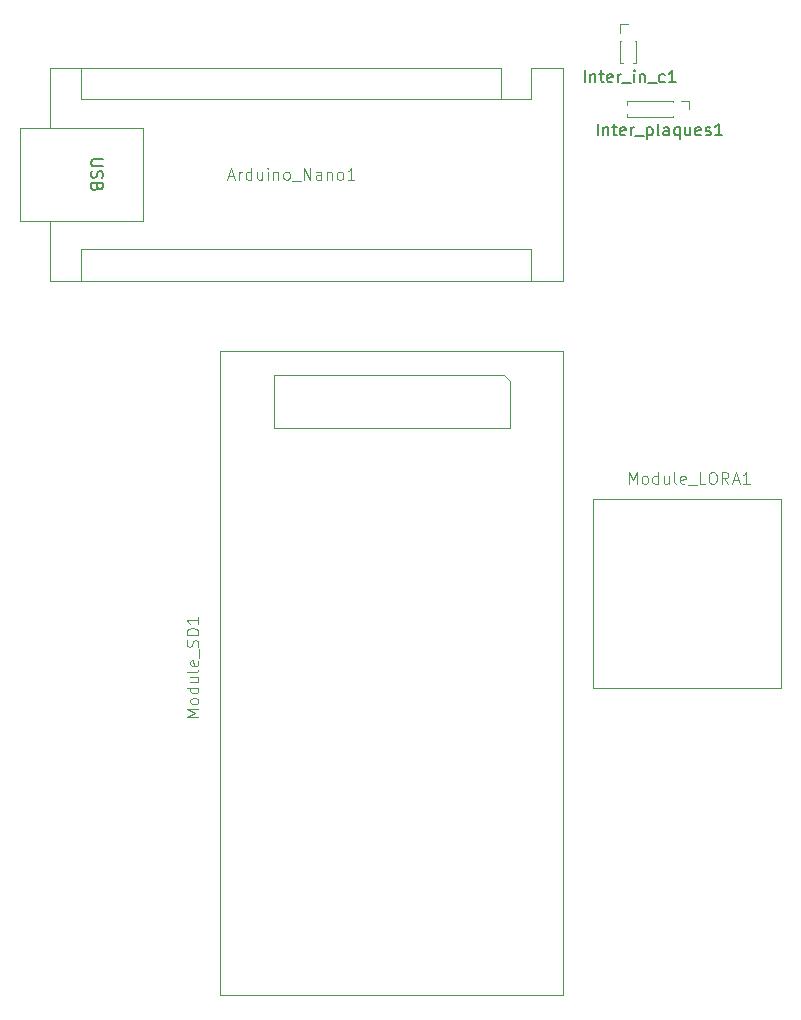
<source format=gbr>
%TF.GenerationSoftware,KiCad,Pcbnew,8.0.1*%
%TF.CreationDate,2024-06-07T19:00:36+02:00*%
%TF.ProjectId,PCB_Plaque_Basse,5043425f-506c-4617-9175-655f42617373,rev?*%
%TF.SameCoordinates,Original*%
%TF.FileFunction,Legend,Top*%
%TF.FilePolarity,Positive*%
%FSLAX46Y46*%
G04 Gerber Fmt 4.6, Leading zero omitted, Abs format (unit mm)*
G04 Created by KiCad (PCBNEW 8.0.1) date 2024-06-07 19:00:36*
%MOMM*%
%LPD*%
G01*
G04 APERTURE LIST*
%ADD10C,0.100000*%
%ADD11C,0.150000*%
%ADD12C,0.120000*%
G04 APERTURE END LIST*
D10*
X124496666Y-72421704D02*
X124972856Y-72421704D01*
X124401428Y-72707419D02*
X124734761Y-71707419D01*
X124734761Y-71707419D02*
X125068094Y-72707419D01*
X125401428Y-72707419D02*
X125401428Y-72040752D01*
X125401428Y-72231228D02*
X125449047Y-72135990D01*
X125449047Y-72135990D02*
X125496666Y-72088371D01*
X125496666Y-72088371D02*
X125591904Y-72040752D01*
X125591904Y-72040752D02*
X125687142Y-72040752D01*
X126449047Y-72707419D02*
X126449047Y-71707419D01*
X126449047Y-72659800D02*
X126353809Y-72707419D01*
X126353809Y-72707419D02*
X126163333Y-72707419D01*
X126163333Y-72707419D02*
X126068095Y-72659800D01*
X126068095Y-72659800D02*
X126020476Y-72612180D01*
X126020476Y-72612180D02*
X125972857Y-72516942D01*
X125972857Y-72516942D02*
X125972857Y-72231228D01*
X125972857Y-72231228D02*
X126020476Y-72135990D01*
X126020476Y-72135990D02*
X126068095Y-72088371D01*
X126068095Y-72088371D02*
X126163333Y-72040752D01*
X126163333Y-72040752D02*
X126353809Y-72040752D01*
X126353809Y-72040752D02*
X126449047Y-72088371D01*
X127353809Y-72040752D02*
X127353809Y-72707419D01*
X126925238Y-72040752D02*
X126925238Y-72564561D01*
X126925238Y-72564561D02*
X126972857Y-72659800D01*
X126972857Y-72659800D02*
X127068095Y-72707419D01*
X127068095Y-72707419D02*
X127210952Y-72707419D01*
X127210952Y-72707419D02*
X127306190Y-72659800D01*
X127306190Y-72659800D02*
X127353809Y-72612180D01*
X127830000Y-72707419D02*
X127830000Y-72040752D01*
X127830000Y-71707419D02*
X127782381Y-71755038D01*
X127782381Y-71755038D02*
X127830000Y-71802657D01*
X127830000Y-71802657D02*
X127877619Y-71755038D01*
X127877619Y-71755038D02*
X127830000Y-71707419D01*
X127830000Y-71707419D02*
X127830000Y-71802657D01*
X128306190Y-72040752D02*
X128306190Y-72707419D01*
X128306190Y-72135990D02*
X128353809Y-72088371D01*
X128353809Y-72088371D02*
X128449047Y-72040752D01*
X128449047Y-72040752D02*
X128591904Y-72040752D01*
X128591904Y-72040752D02*
X128687142Y-72088371D01*
X128687142Y-72088371D02*
X128734761Y-72183609D01*
X128734761Y-72183609D02*
X128734761Y-72707419D01*
X129353809Y-72707419D02*
X129258571Y-72659800D01*
X129258571Y-72659800D02*
X129210952Y-72612180D01*
X129210952Y-72612180D02*
X129163333Y-72516942D01*
X129163333Y-72516942D02*
X129163333Y-72231228D01*
X129163333Y-72231228D02*
X129210952Y-72135990D01*
X129210952Y-72135990D02*
X129258571Y-72088371D01*
X129258571Y-72088371D02*
X129353809Y-72040752D01*
X129353809Y-72040752D02*
X129496666Y-72040752D01*
X129496666Y-72040752D02*
X129591904Y-72088371D01*
X129591904Y-72088371D02*
X129639523Y-72135990D01*
X129639523Y-72135990D02*
X129687142Y-72231228D01*
X129687142Y-72231228D02*
X129687142Y-72516942D01*
X129687142Y-72516942D02*
X129639523Y-72612180D01*
X129639523Y-72612180D02*
X129591904Y-72659800D01*
X129591904Y-72659800D02*
X129496666Y-72707419D01*
X129496666Y-72707419D02*
X129353809Y-72707419D01*
X129877619Y-72802657D02*
X130639523Y-72802657D01*
X130877619Y-72707419D02*
X130877619Y-71707419D01*
X130877619Y-71707419D02*
X131449047Y-72707419D01*
X131449047Y-72707419D02*
X131449047Y-71707419D01*
X132353809Y-72707419D02*
X132353809Y-72183609D01*
X132353809Y-72183609D02*
X132306190Y-72088371D01*
X132306190Y-72088371D02*
X132210952Y-72040752D01*
X132210952Y-72040752D02*
X132020476Y-72040752D01*
X132020476Y-72040752D02*
X131925238Y-72088371D01*
X132353809Y-72659800D02*
X132258571Y-72707419D01*
X132258571Y-72707419D02*
X132020476Y-72707419D01*
X132020476Y-72707419D02*
X131925238Y-72659800D01*
X131925238Y-72659800D02*
X131877619Y-72564561D01*
X131877619Y-72564561D02*
X131877619Y-72469323D01*
X131877619Y-72469323D02*
X131925238Y-72374085D01*
X131925238Y-72374085D02*
X132020476Y-72326466D01*
X132020476Y-72326466D02*
X132258571Y-72326466D01*
X132258571Y-72326466D02*
X132353809Y-72278847D01*
X132830000Y-72040752D02*
X132830000Y-72707419D01*
X132830000Y-72135990D02*
X132877619Y-72088371D01*
X132877619Y-72088371D02*
X132972857Y-72040752D01*
X132972857Y-72040752D02*
X133115714Y-72040752D01*
X133115714Y-72040752D02*
X133210952Y-72088371D01*
X133210952Y-72088371D02*
X133258571Y-72183609D01*
X133258571Y-72183609D02*
X133258571Y-72707419D01*
X133877619Y-72707419D02*
X133782381Y-72659800D01*
X133782381Y-72659800D02*
X133734762Y-72612180D01*
X133734762Y-72612180D02*
X133687143Y-72516942D01*
X133687143Y-72516942D02*
X133687143Y-72231228D01*
X133687143Y-72231228D02*
X133734762Y-72135990D01*
X133734762Y-72135990D02*
X133782381Y-72088371D01*
X133782381Y-72088371D02*
X133877619Y-72040752D01*
X133877619Y-72040752D02*
X134020476Y-72040752D01*
X134020476Y-72040752D02*
X134115714Y-72088371D01*
X134115714Y-72088371D02*
X134163333Y-72135990D01*
X134163333Y-72135990D02*
X134210952Y-72231228D01*
X134210952Y-72231228D02*
X134210952Y-72516942D01*
X134210952Y-72516942D02*
X134163333Y-72612180D01*
X134163333Y-72612180D02*
X134115714Y-72659800D01*
X134115714Y-72659800D02*
X134020476Y-72707419D01*
X134020476Y-72707419D02*
X133877619Y-72707419D01*
X135163333Y-72707419D02*
X134591905Y-72707419D01*
X134877619Y-72707419D02*
X134877619Y-71707419D01*
X134877619Y-71707419D02*
X134782381Y-71850276D01*
X134782381Y-71850276D02*
X134687143Y-71945514D01*
X134687143Y-71945514D02*
X134591905Y-71993133D01*
D11*
X113865180Y-70998095D02*
X113055657Y-70998095D01*
X113055657Y-70998095D02*
X112960419Y-71045714D01*
X112960419Y-71045714D02*
X112912800Y-71093333D01*
X112912800Y-71093333D02*
X112865180Y-71188571D01*
X112865180Y-71188571D02*
X112865180Y-71379047D01*
X112865180Y-71379047D02*
X112912800Y-71474285D01*
X112912800Y-71474285D02*
X112960419Y-71521904D01*
X112960419Y-71521904D02*
X113055657Y-71569523D01*
X113055657Y-71569523D02*
X113865180Y-71569523D01*
X112912800Y-71998095D02*
X112865180Y-72140952D01*
X112865180Y-72140952D02*
X112865180Y-72379047D01*
X112865180Y-72379047D02*
X112912800Y-72474285D01*
X112912800Y-72474285D02*
X112960419Y-72521904D01*
X112960419Y-72521904D02*
X113055657Y-72569523D01*
X113055657Y-72569523D02*
X113150895Y-72569523D01*
X113150895Y-72569523D02*
X113246133Y-72521904D01*
X113246133Y-72521904D02*
X113293752Y-72474285D01*
X113293752Y-72474285D02*
X113341371Y-72379047D01*
X113341371Y-72379047D02*
X113388990Y-72188571D01*
X113388990Y-72188571D02*
X113436609Y-72093333D01*
X113436609Y-72093333D02*
X113484228Y-72045714D01*
X113484228Y-72045714D02*
X113579466Y-71998095D01*
X113579466Y-71998095D02*
X113674704Y-71998095D01*
X113674704Y-71998095D02*
X113769942Y-72045714D01*
X113769942Y-72045714D02*
X113817561Y-72093333D01*
X113817561Y-72093333D02*
X113865180Y-72188571D01*
X113865180Y-72188571D02*
X113865180Y-72426666D01*
X113865180Y-72426666D02*
X113817561Y-72569523D01*
X113388990Y-73331428D02*
X113341371Y-73474285D01*
X113341371Y-73474285D02*
X113293752Y-73521904D01*
X113293752Y-73521904D02*
X113198514Y-73569523D01*
X113198514Y-73569523D02*
X113055657Y-73569523D01*
X113055657Y-73569523D02*
X112960419Y-73521904D01*
X112960419Y-73521904D02*
X112912800Y-73474285D01*
X112912800Y-73474285D02*
X112865180Y-73379047D01*
X112865180Y-73379047D02*
X112865180Y-72998095D01*
X112865180Y-72998095D02*
X113865180Y-72998095D01*
X113865180Y-72998095D02*
X113865180Y-73331428D01*
X113865180Y-73331428D02*
X113817561Y-73426666D01*
X113817561Y-73426666D02*
X113769942Y-73474285D01*
X113769942Y-73474285D02*
X113674704Y-73521904D01*
X113674704Y-73521904D02*
X113579466Y-73521904D01*
X113579466Y-73521904D02*
X113484228Y-73474285D01*
X113484228Y-73474285D02*
X113436609Y-73426666D01*
X113436609Y-73426666D02*
X113388990Y-73331428D01*
X113388990Y-73331428D02*
X113388990Y-72998095D01*
X155761904Y-68954819D02*
X155761904Y-67954819D01*
X156238094Y-68288152D02*
X156238094Y-68954819D01*
X156238094Y-68383390D02*
X156285713Y-68335771D01*
X156285713Y-68335771D02*
X156380951Y-68288152D01*
X156380951Y-68288152D02*
X156523808Y-68288152D01*
X156523808Y-68288152D02*
X156619046Y-68335771D01*
X156619046Y-68335771D02*
X156666665Y-68431009D01*
X156666665Y-68431009D02*
X156666665Y-68954819D01*
X156999999Y-68288152D02*
X157380951Y-68288152D01*
X157142856Y-67954819D02*
X157142856Y-68811961D01*
X157142856Y-68811961D02*
X157190475Y-68907200D01*
X157190475Y-68907200D02*
X157285713Y-68954819D01*
X157285713Y-68954819D02*
X157380951Y-68954819D01*
X158095237Y-68907200D02*
X157999999Y-68954819D01*
X157999999Y-68954819D02*
X157809523Y-68954819D01*
X157809523Y-68954819D02*
X157714285Y-68907200D01*
X157714285Y-68907200D02*
X157666666Y-68811961D01*
X157666666Y-68811961D02*
X157666666Y-68431009D01*
X157666666Y-68431009D02*
X157714285Y-68335771D01*
X157714285Y-68335771D02*
X157809523Y-68288152D01*
X157809523Y-68288152D02*
X157999999Y-68288152D01*
X157999999Y-68288152D02*
X158095237Y-68335771D01*
X158095237Y-68335771D02*
X158142856Y-68431009D01*
X158142856Y-68431009D02*
X158142856Y-68526247D01*
X158142856Y-68526247D02*
X157666666Y-68621485D01*
X158571428Y-68954819D02*
X158571428Y-68288152D01*
X158571428Y-68478628D02*
X158619047Y-68383390D01*
X158619047Y-68383390D02*
X158666666Y-68335771D01*
X158666666Y-68335771D02*
X158761904Y-68288152D01*
X158761904Y-68288152D02*
X158857142Y-68288152D01*
X158952381Y-69050057D02*
X159714285Y-69050057D01*
X159952381Y-68288152D02*
X159952381Y-69288152D01*
X159952381Y-68335771D02*
X160047619Y-68288152D01*
X160047619Y-68288152D02*
X160238095Y-68288152D01*
X160238095Y-68288152D02*
X160333333Y-68335771D01*
X160333333Y-68335771D02*
X160380952Y-68383390D01*
X160380952Y-68383390D02*
X160428571Y-68478628D01*
X160428571Y-68478628D02*
X160428571Y-68764342D01*
X160428571Y-68764342D02*
X160380952Y-68859580D01*
X160380952Y-68859580D02*
X160333333Y-68907200D01*
X160333333Y-68907200D02*
X160238095Y-68954819D01*
X160238095Y-68954819D02*
X160047619Y-68954819D01*
X160047619Y-68954819D02*
X159952381Y-68907200D01*
X161000000Y-68954819D02*
X160904762Y-68907200D01*
X160904762Y-68907200D02*
X160857143Y-68811961D01*
X160857143Y-68811961D02*
X160857143Y-67954819D01*
X161809524Y-68954819D02*
X161809524Y-68431009D01*
X161809524Y-68431009D02*
X161761905Y-68335771D01*
X161761905Y-68335771D02*
X161666667Y-68288152D01*
X161666667Y-68288152D02*
X161476191Y-68288152D01*
X161476191Y-68288152D02*
X161380953Y-68335771D01*
X161809524Y-68907200D02*
X161714286Y-68954819D01*
X161714286Y-68954819D02*
X161476191Y-68954819D01*
X161476191Y-68954819D02*
X161380953Y-68907200D01*
X161380953Y-68907200D02*
X161333334Y-68811961D01*
X161333334Y-68811961D02*
X161333334Y-68716723D01*
X161333334Y-68716723D02*
X161380953Y-68621485D01*
X161380953Y-68621485D02*
X161476191Y-68573866D01*
X161476191Y-68573866D02*
X161714286Y-68573866D01*
X161714286Y-68573866D02*
X161809524Y-68526247D01*
X162714286Y-68288152D02*
X162714286Y-69288152D01*
X162714286Y-68907200D02*
X162619048Y-68954819D01*
X162619048Y-68954819D02*
X162428572Y-68954819D01*
X162428572Y-68954819D02*
X162333334Y-68907200D01*
X162333334Y-68907200D02*
X162285715Y-68859580D01*
X162285715Y-68859580D02*
X162238096Y-68764342D01*
X162238096Y-68764342D02*
X162238096Y-68478628D01*
X162238096Y-68478628D02*
X162285715Y-68383390D01*
X162285715Y-68383390D02*
X162333334Y-68335771D01*
X162333334Y-68335771D02*
X162428572Y-68288152D01*
X162428572Y-68288152D02*
X162619048Y-68288152D01*
X162619048Y-68288152D02*
X162714286Y-68335771D01*
X163619048Y-68288152D02*
X163619048Y-68954819D01*
X163190477Y-68288152D02*
X163190477Y-68811961D01*
X163190477Y-68811961D02*
X163238096Y-68907200D01*
X163238096Y-68907200D02*
X163333334Y-68954819D01*
X163333334Y-68954819D02*
X163476191Y-68954819D01*
X163476191Y-68954819D02*
X163571429Y-68907200D01*
X163571429Y-68907200D02*
X163619048Y-68859580D01*
X164476191Y-68907200D02*
X164380953Y-68954819D01*
X164380953Y-68954819D02*
X164190477Y-68954819D01*
X164190477Y-68954819D02*
X164095239Y-68907200D01*
X164095239Y-68907200D02*
X164047620Y-68811961D01*
X164047620Y-68811961D02*
X164047620Y-68431009D01*
X164047620Y-68431009D02*
X164095239Y-68335771D01*
X164095239Y-68335771D02*
X164190477Y-68288152D01*
X164190477Y-68288152D02*
X164380953Y-68288152D01*
X164380953Y-68288152D02*
X164476191Y-68335771D01*
X164476191Y-68335771D02*
X164523810Y-68431009D01*
X164523810Y-68431009D02*
X164523810Y-68526247D01*
X164523810Y-68526247D02*
X164047620Y-68621485D01*
X164904763Y-68907200D02*
X165000001Y-68954819D01*
X165000001Y-68954819D02*
X165190477Y-68954819D01*
X165190477Y-68954819D02*
X165285715Y-68907200D01*
X165285715Y-68907200D02*
X165333334Y-68811961D01*
X165333334Y-68811961D02*
X165333334Y-68764342D01*
X165333334Y-68764342D02*
X165285715Y-68669104D01*
X165285715Y-68669104D02*
X165190477Y-68621485D01*
X165190477Y-68621485D02*
X165047620Y-68621485D01*
X165047620Y-68621485D02*
X164952382Y-68573866D01*
X164952382Y-68573866D02*
X164904763Y-68478628D01*
X164904763Y-68478628D02*
X164904763Y-68431009D01*
X164904763Y-68431009D02*
X164952382Y-68335771D01*
X164952382Y-68335771D02*
X165047620Y-68288152D01*
X165047620Y-68288152D02*
X165190477Y-68288152D01*
X165190477Y-68288152D02*
X165285715Y-68335771D01*
X166285715Y-68954819D02*
X165714287Y-68954819D01*
X166000001Y-68954819D02*
X166000001Y-67954819D01*
X166000001Y-67954819D02*
X165904763Y-68097676D01*
X165904763Y-68097676D02*
X165809525Y-68192914D01*
X165809525Y-68192914D02*
X165714287Y-68240533D01*
D10*
X121957419Y-118214285D02*
X120957419Y-118214285D01*
X120957419Y-118214285D02*
X121671704Y-117880952D01*
X121671704Y-117880952D02*
X120957419Y-117547619D01*
X120957419Y-117547619D02*
X121957419Y-117547619D01*
X121957419Y-116928571D02*
X121909800Y-117023809D01*
X121909800Y-117023809D02*
X121862180Y-117071428D01*
X121862180Y-117071428D02*
X121766942Y-117119047D01*
X121766942Y-117119047D02*
X121481228Y-117119047D01*
X121481228Y-117119047D02*
X121385990Y-117071428D01*
X121385990Y-117071428D02*
X121338371Y-117023809D01*
X121338371Y-117023809D02*
X121290752Y-116928571D01*
X121290752Y-116928571D02*
X121290752Y-116785714D01*
X121290752Y-116785714D02*
X121338371Y-116690476D01*
X121338371Y-116690476D02*
X121385990Y-116642857D01*
X121385990Y-116642857D02*
X121481228Y-116595238D01*
X121481228Y-116595238D02*
X121766942Y-116595238D01*
X121766942Y-116595238D02*
X121862180Y-116642857D01*
X121862180Y-116642857D02*
X121909800Y-116690476D01*
X121909800Y-116690476D02*
X121957419Y-116785714D01*
X121957419Y-116785714D02*
X121957419Y-116928571D01*
X121957419Y-115738095D02*
X120957419Y-115738095D01*
X121909800Y-115738095D02*
X121957419Y-115833333D01*
X121957419Y-115833333D02*
X121957419Y-116023809D01*
X121957419Y-116023809D02*
X121909800Y-116119047D01*
X121909800Y-116119047D02*
X121862180Y-116166666D01*
X121862180Y-116166666D02*
X121766942Y-116214285D01*
X121766942Y-116214285D02*
X121481228Y-116214285D01*
X121481228Y-116214285D02*
X121385990Y-116166666D01*
X121385990Y-116166666D02*
X121338371Y-116119047D01*
X121338371Y-116119047D02*
X121290752Y-116023809D01*
X121290752Y-116023809D02*
X121290752Y-115833333D01*
X121290752Y-115833333D02*
X121338371Y-115738095D01*
X121290752Y-114833333D02*
X121957419Y-114833333D01*
X121290752Y-115261904D02*
X121814561Y-115261904D01*
X121814561Y-115261904D02*
X121909800Y-115214285D01*
X121909800Y-115214285D02*
X121957419Y-115119047D01*
X121957419Y-115119047D02*
X121957419Y-114976190D01*
X121957419Y-114976190D02*
X121909800Y-114880952D01*
X121909800Y-114880952D02*
X121862180Y-114833333D01*
X121957419Y-114214285D02*
X121909800Y-114309523D01*
X121909800Y-114309523D02*
X121814561Y-114357142D01*
X121814561Y-114357142D02*
X120957419Y-114357142D01*
X121909800Y-113452380D02*
X121957419Y-113547618D01*
X121957419Y-113547618D02*
X121957419Y-113738094D01*
X121957419Y-113738094D02*
X121909800Y-113833332D01*
X121909800Y-113833332D02*
X121814561Y-113880951D01*
X121814561Y-113880951D02*
X121433609Y-113880951D01*
X121433609Y-113880951D02*
X121338371Y-113833332D01*
X121338371Y-113833332D02*
X121290752Y-113738094D01*
X121290752Y-113738094D02*
X121290752Y-113547618D01*
X121290752Y-113547618D02*
X121338371Y-113452380D01*
X121338371Y-113452380D02*
X121433609Y-113404761D01*
X121433609Y-113404761D02*
X121528847Y-113404761D01*
X121528847Y-113404761D02*
X121624085Y-113880951D01*
X122052657Y-113214285D02*
X122052657Y-112452380D01*
X121909800Y-112261903D02*
X121957419Y-112119046D01*
X121957419Y-112119046D02*
X121957419Y-111880951D01*
X121957419Y-111880951D02*
X121909800Y-111785713D01*
X121909800Y-111785713D02*
X121862180Y-111738094D01*
X121862180Y-111738094D02*
X121766942Y-111690475D01*
X121766942Y-111690475D02*
X121671704Y-111690475D01*
X121671704Y-111690475D02*
X121576466Y-111738094D01*
X121576466Y-111738094D02*
X121528847Y-111785713D01*
X121528847Y-111785713D02*
X121481228Y-111880951D01*
X121481228Y-111880951D02*
X121433609Y-112071427D01*
X121433609Y-112071427D02*
X121385990Y-112166665D01*
X121385990Y-112166665D02*
X121338371Y-112214284D01*
X121338371Y-112214284D02*
X121243133Y-112261903D01*
X121243133Y-112261903D02*
X121147895Y-112261903D01*
X121147895Y-112261903D02*
X121052657Y-112214284D01*
X121052657Y-112214284D02*
X121005038Y-112166665D01*
X121005038Y-112166665D02*
X120957419Y-112071427D01*
X120957419Y-112071427D02*
X120957419Y-111833332D01*
X120957419Y-111833332D02*
X121005038Y-111690475D01*
X121957419Y-111261903D02*
X120957419Y-111261903D01*
X120957419Y-111261903D02*
X120957419Y-111023808D01*
X120957419Y-111023808D02*
X121005038Y-110880951D01*
X121005038Y-110880951D02*
X121100276Y-110785713D01*
X121100276Y-110785713D02*
X121195514Y-110738094D01*
X121195514Y-110738094D02*
X121385990Y-110690475D01*
X121385990Y-110690475D02*
X121528847Y-110690475D01*
X121528847Y-110690475D02*
X121719323Y-110738094D01*
X121719323Y-110738094D02*
X121814561Y-110785713D01*
X121814561Y-110785713D02*
X121909800Y-110880951D01*
X121909800Y-110880951D02*
X121957419Y-111023808D01*
X121957419Y-111023808D02*
X121957419Y-111261903D01*
X121957419Y-109738094D02*
X121957419Y-110309522D01*
X121957419Y-110023808D02*
X120957419Y-110023808D01*
X120957419Y-110023808D02*
X121100276Y-110119046D01*
X121100276Y-110119046D02*
X121195514Y-110214284D01*
X121195514Y-110214284D02*
X121243133Y-110309522D01*
D11*
X154666666Y-64454819D02*
X154666666Y-63454819D01*
X155142856Y-63788152D02*
X155142856Y-64454819D01*
X155142856Y-63883390D02*
X155190475Y-63835771D01*
X155190475Y-63835771D02*
X155285713Y-63788152D01*
X155285713Y-63788152D02*
X155428570Y-63788152D01*
X155428570Y-63788152D02*
X155523808Y-63835771D01*
X155523808Y-63835771D02*
X155571427Y-63931009D01*
X155571427Y-63931009D02*
X155571427Y-64454819D01*
X155904761Y-63788152D02*
X156285713Y-63788152D01*
X156047618Y-63454819D02*
X156047618Y-64311961D01*
X156047618Y-64311961D02*
X156095237Y-64407200D01*
X156095237Y-64407200D02*
X156190475Y-64454819D01*
X156190475Y-64454819D02*
X156285713Y-64454819D01*
X156999999Y-64407200D02*
X156904761Y-64454819D01*
X156904761Y-64454819D02*
X156714285Y-64454819D01*
X156714285Y-64454819D02*
X156619047Y-64407200D01*
X156619047Y-64407200D02*
X156571428Y-64311961D01*
X156571428Y-64311961D02*
X156571428Y-63931009D01*
X156571428Y-63931009D02*
X156619047Y-63835771D01*
X156619047Y-63835771D02*
X156714285Y-63788152D01*
X156714285Y-63788152D02*
X156904761Y-63788152D01*
X156904761Y-63788152D02*
X156999999Y-63835771D01*
X156999999Y-63835771D02*
X157047618Y-63931009D01*
X157047618Y-63931009D02*
X157047618Y-64026247D01*
X157047618Y-64026247D02*
X156571428Y-64121485D01*
X157476190Y-64454819D02*
X157476190Y-63788152D01*
X157476190Y-63978628D02*
X157523809Y-63883390D01*
X157523809Y-63883390D02*
X157571428Y-63835771D01*
X157571428Y-63835771D02*
X157666666Y-63788152D01*
X157666666Y-63788152D02*
X157761904Y-63788152D01*
X157857143Y-64550057D02*
X158619047Y-64550057D01*
X158857143Y-64454819D02*
X158857143Y-63788152D01*
X158857143Y-63454819D02*
X158809524Y-63502438D01*
X158809524Y-63502438D02*
X158857143Y-63550057D01*
X158857143Y-63550057D02*
X158904762Y-63502438D01*
X158904762Y-63502438D02*
X158857143Y-63454819D01*
X158857143Y-63454819D02*
X158857143Y-63550057D01*
X159333333Y-63788152D02*
X159333333Y-64454819D01*
X159333333Y-63883390D02*
X159380952Y-63835771D01*
X159380952Y-63835771D02*
X159476190Y-63788152D01*
X159476190Y-63788152D02*
X159619047Y-63788152D01*
X159619047Y-63788152D02*
X159714285Y-63835771D01*
X159714285Y-63835771D02*
X159761904Y-63931009D01*
X159761904Y-63931009D02*
X159761904Y-64454819D01*
X160000000Y-64550057D02*
X160761904Y-64550057D01*
X161428571Y-64407200D02*
X161333333Y-64454819D01*
X161333333Y-64454819D02*
X161142857Y-64454819D01*
X161142857Y-64454819D02*
X161047619Y-64407200D01*
X161047619Y-64407200D02*
X161000000Y-64359580D01*
X161000000Y-64359580D02*
X160952381Y-64264342D01*
X160952381Y-64264342D02*
X160952381Y-63978628D01*
X160952381Y-63978628D02*
X161000000Y-63883390D01*
X161000000Y-63883390D02*
X161047619Y-63835771D01*
X161047619Y-63835771D02*
X161142857Y-63788152D01*
X161142857Y-63788152D02*
X161333333Y-63788152D01*
X161333333Y-63788152D02*
X161428571Y-63835771D01*
X162380952Y-64454819D02*
X161809524Y-64454819D01*
X162095238Y-64454819D02*
X162095238Y-63454819D01*
X162095238Y-63454819D02*
X162000000Y-63597676D01*
X162000000Y-63597676D02*
X161904762Y-63692914D01*
X161904762Y-63692914D02*
X161809524Y-63740533D01*
D10*
X158404761Y-98457419D02*
X158404761Y-97457419D01*
X158404761Y-97457419D02*
X158738094Y-98171704D01*
X158738094Y-98171704D02*
X159071427Y-97457419D01*
X159071427Y-97457419D02*
X159071427Y-98457419D01*
X159690475Y-98457419D02*
X159595237Y-98409800D01*
X159595237Y-98409800D02*
X159547618Y-98362180D01*
X159547618Y-98362180D02*
X159499999Y-98266942D01*
X159499999Y-98266942D02*
X159499999Y-97981228D01*
X159499999Y-97981228D02*
X159547618Y-97885990D01*
X159547618Y-97885990D02*
X159595237Y-97838371D01*
X159595237Y-97838371D02*
X159690475Y-97790752D01*
X159690475Y-97790752D02*
X159833332Y-97790752D01*
X159833332Y-97790752D02*
X159928570Y-97838371D01*
X159928570Y-97838371D02*
X159976189Y-97885990D01*
X159976189Y-97885990D02*
X160023808Y-97981228D01*
X160023808Y-97981228D02*
X160023808Y-98266942D01*
X160023808Y-98266942D02*
X159976189Y-98362180D01*
X159976189Y-98362180D02*
X159928570Y-98409800D01*
X159928570Y-98409800D02*
X159833332Y-98457419D01*
X159833332Y-98457419D02*
X159690475Y-98457419D01*
X160880951Y-98457419D02*
X160880951Y-97457419D01*
X160880951Y-98409800D02*
X160785713Y-98457419D01*
X160785713Y-98457419D02*
X160595237Y-98457419D01*
X160595237Y-98457419D02*
X160499999Y-98409800D01*
X160499999Y-98409800D02*
X160452380Y-98362180D01*
X160452380Y-98362180D02*
X160404761Y-98266942D01*
X160404761Y-98266942D02*
X160404761Y-97981228D01*
X160404761Y-97981228D02*
X160452380Y-97885990D01*
X160452380Y-97885990D02*
X160499999Y-97838371D01*
X160499999Y-97838371D02*
X160595237Y-97790752D01*
X160595237Y-97790752D02*
X160785713Y-97790752D01*
X160785713Y-97790752D02*
X160880951Y-97838371D01*
X161785713Y-97790752D02*
X161785713Y-98457419D01*
X161357142Y-97790752D02*
X161357142Y-98314561D01*
X161357142Y-98314561D02*
X161404761Y-98409800D01*
X161404761Y-98409800D02*
X161499999Y-98457419D01*
X161499999Y-98457419D02*
X161642856Y-98457419D01*
X161642856Y-98457419D02*
X161738094Y-98409800D01*
X161738094Y-98409800D02*
X161785713Y-98362180D01*
X162404761Y-98457419D02*
X162309523Y-98409800D01*
X162309523Y-98409800D02*
X162261904Y-98314561D01*
X162261904Y-98314561D02*
X162261904Y-97457419D01*
X163166666Y-98409800D02*
X163071428Y-98457419D01*
X163071428Y-98457419D02*
X162880952Y-98457419D01*
X162880952Y-98457419D02*
X162785714Y-98409800D01*
X162785714Y-98409800D02*
X162738095Y-98314561D01*
X162738095Y-98314561D02*
X162738095Y-97933609D01*
X162738095Y-97933609D02*
X162785714Y-97838371D01*
X162785714Y-97838371D02*
X162880952Y-97790752D01*
X162880952Y-97790752D02*
X163071428Y-97790752D01*
X163071428Y-97790752D02*
X163166666Y-97838371D01*
X163166666Y-97838371D02*
X163214285Y-97933609D01*
X163214285Y-97933609D02*
X163214285Y-98028847D01*
X163214285Y-98028847D02*
X162738095Y-98124085D01*
X163404762Y-98552657D02*
X164166666Y-98552657D01*
X164880952Y-98457419D02*
X164404762Y-98457419D01*
X164404762Y-98457419D02*
X164404762Y-97457419D01*
X165404762Y-97457419D02*
X165595238Y-97457419D01*
X165595238Y-97457419D02*
X165690476Y-97505038D01*
X165690476Y-97505038D02*
X165785714Y-97600276D01*
X165785714Y-97600276D02*
X165833333Y-97790752D01*
X165833333Y-97790752D02*
X165833333Y-98124085D01*
X165833333Y-98124085D02*
X165785714Y-98314561D01*
X165785714Y-98314561D02*
X165690476Y-98409800D01*
X165690476Y-98409800D02*
X165595238Y-98457419D01*
X165595238Y-98457419D02*
X165404762Y-98457419D01*
X165404762Y-98457419D02*
X165309524Y-98409800D01*
X165309524Y-98409800D02*
X165214286Y-98314561D01*
X165214286Y-98314561D02*
X165166667Y-98124085D01*
X165166667Y-98124085D02*
X165166667Y-97790752D01*
X165166667Y-97790752D02*
X165214286Y-97600276D01*
X165214286Y-97600276D02*
X165309524Y-97505038D01*
X165309524Y-97505038D02*
X165404762Y-97457419D01*
X166833333Y-98457419D02*
X166500000Y-97981228D01*
X166261905Y-98457419D02*
X166261905Y-97457419D01*
X166261905Y-97457419D02*
X166642857Y-97457419D01*
X166642857Y-97457419D02*
X166738095Y-97505038D01*
X166738095Y-97505038D02*
X166785714Y-97552657D01*
X166785714Y-97552657D02*
X166833333Y-97647895D01*
X166833333Y-97647895D02*
X166833333Y-97790752D01*
X166833333Y-97790752D02*
X166785714Y-97885990D01*
X166785714Y-97885990D02*
X166738095Y-97933609D01*
X166738095Y-97933609D02*
X166642857Y-97981228D01*
X166642857Y-97981228D02*
X166261905Y-97981228D01*
X167214286Y-98171704D02*
X167690476Y-98171704D01*
X167119048Y-98457419D02*
X167452381Y-97457419D01*
X167452381Y-97457419D02*
X167785714Y-98457419D01*
X168642857Y-98457419D02*
X168071429Y-98457419D01*
X168357143Y-98457419D02*
X168357143Y-97457419D01*
X168357143Y-97457419D02*
X168261905Y-97600276D01*
X168261905Y-97600276D02*
X168166667Y-97695514D01*
X168166667Y-97695514D02*
X168071429Y-97743133D01*
D12*
%TO.C,Arduino_Nano1*%
X106840000Y-68320000D02*
X117260000Y-68320000D01*
X106840000Y-76200000D02*
X106840000Y-68320000D01*
X109380000Y-63240000D02*
X109380000Y-68320000D01*
X109380000Y-81280000D02*
X109380000Y-76200000D01*
X109380000Y-81280000D02*
X152820000Y-81280000D01*
X112050000Y-65910000D02*
X112050000Y-63240000D01*
X112050000Y-78610000D02*
X112050000Y-81280000D01*
X117260000Y-68320000D02*
X117260000Y-76200000D01*
X117260000Y-76200000D02*
X106840000Y-76200000D01*
X147610000Y-63240000D02*
X109380000Y-63240000D01*
X147610000Y-65910000D02*
X112050000Y-65910000D01*
X147610000Y-65910000D02*
X147610000Y-63240000D01*
X147610000Y-65910000D02*
X150150000Y-65910000D01*
X150150000Y-65910000D02*
X150150000Y-63240000D01*
X150150000Y-78610000D02*
X112050000Y-78610000D01*
X150150000Y-78610000D02*
X150150000Y-81280000D01*
X152820000Y-63240000D02*
X150150000Y-63240000D01*
X152820000Y-81280000D02*
X152820000Y-63240000D01*
%TO.C,Inter_plaques1*%
X158270000Y-66055000D02*
X158270000Y-66355507D01*
X158270000Y-67144493D02*
X158270000Y-67445000D01*
X162145000Y-66055000D02*
X158270000Y-66055000D01*
X162145000Y-66055000D02*
X162145000Y-66141724D01*
X162145000Y-67358276D02*
X162145000Y-67445000D01*
X162145000Y-67445000D02*
X158270000Y-67445000D01*
X162830000Y-66055000D02*
X163515000Y-66055000D01*
X163515000Y-66055000D02*
X163515000Y-66750000D01*
D10*
%TO.C,Module_SD1*%
X128330000Y-89250000D02*
X147830000Y-89250000D01*
X128330000Y-93750000D02*
X128330000Y-89250000D01*
X148330000Y-89750000D02*
X147830000Y-89250000D01*
X148330000Y-89750000D02*
X148330000Y-93750000D01*
X148330000Y-93750000D02*
X128330000Y-93750000D01*
X123830000Y-141750000D02*
X152830000Y-141750000D01*
X152830000Y-87250000D01*
X123830000Y-87250000D01*
X123830000Y-141750000D01*
D12*
%TO.C,Inter_in_c1*%
X157635000Y-59565000D02*
X158330000Y-59565000D01*
X157635000Y-60250000D02*
X157635000Y-59565000D01*
X157635000Y-60935000D02*
X157635000Y-62810000D01*
X157635000Y-60935000D02*
X157721724Y-60935000D01*
X157635000Y-62810000D02*
X157935507Y-62810000D01*
X158724493Y-62810000D02*
X159025000Y-62810000D01*
X158938276Y-60935000D02*
X159025000Y-60935000D01*
X159025000Y-60935000D02*
X159025000Y-62810000D01*
%TO.C,Module_LORA1*%
D10*
X171330000Y-115750000D02*
X155330000Y-115750000D01*
X155330000Y-99750000D01*
X171330000Y-99750000D01*
X171330000Y-115750000D01*
%TD*%
M02*

</source>
